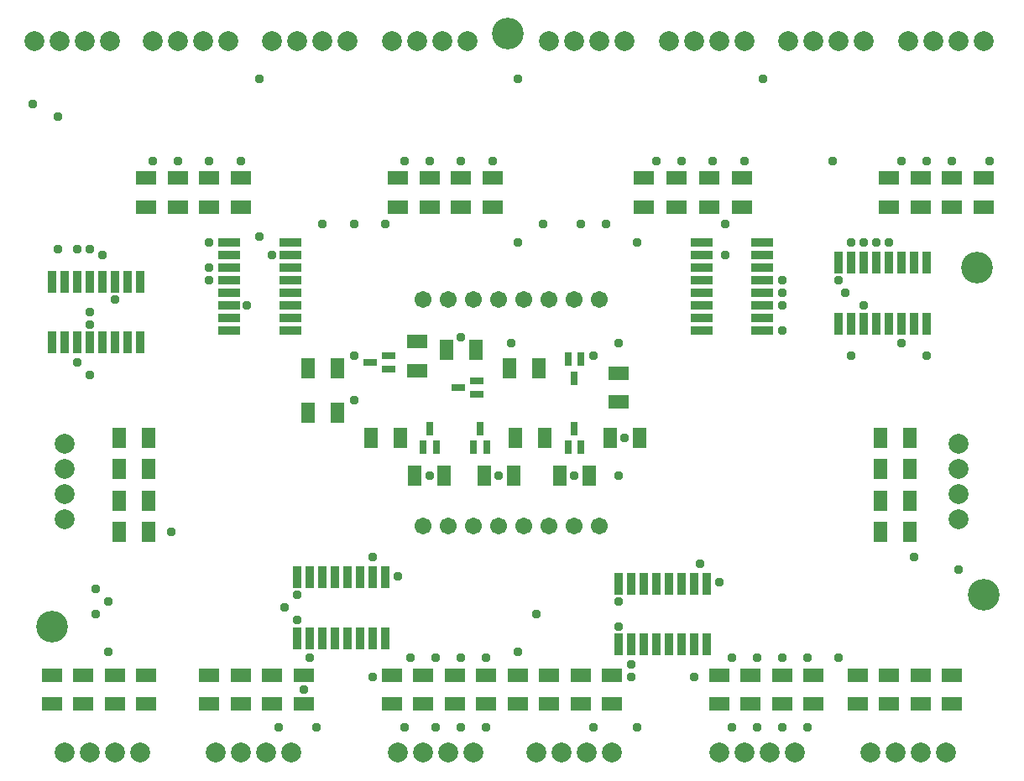
<source format=gbr>
G04 EAGLE Gerber RS-274X export*
G75*
%MOMM*%
%FSLAX34Y34*%
%LPD*%
%INSoldermask Top*%
%IPPOS*%
%AMOC8*
5,1,8,0,0,1.08239X$1,22.5*%
G01*
%ADD10C,3.203200*%
%ADD11R,0.863600X2.235200*%
%ADD12R,2.235200X0.863600*%
%ADD13R,1.367800X2.018500*%
%ADD14R,2.018500X1.367800*%
%ADD15C,2.003200*%
%ADD16C,1.711200*%
%ADD17R,0.660400X1.371600*%
%ADD18R,1.371600X0.660400*%
%ADD19C,0.959600*%


D10*
X497840Y769620D03*
X38100Y171450D03*
X971550Y533400D03*
X977900Y203200D03*
D11*
X609600Y153416D03*
X609600Y214884D03*
X622300Y153416D03*
X635000Y153416D03*
X622300Y214884D03*
X635000Y214884D03*
X647700Y153416D03*
X647700Y214884D03*
X660400Y153416D03*
X660400Y214884D03*
X673100Y153416D03*
X685800Y153416D03*
X673100Y214884D03*
X685800Y214884D03*
X698500Y153416D03*
X698500Y214884D03*
X285750Y159766D03*
X285750Y221234D03*
X298450Y159766D03*
X311150Y159766D03*
X298450Y221234D03*
X311150Y221234D03*
X323850Y159766D03*
X323850Y221234D03*
X336550Y159766D03*
X336550Y221234D03*
X349250Y159766D03*
X361950Y159766D03*
X349250Y221234D03*
X361950Y221234D03*
X374650Y159766D03*
X374650Y221234D03*
X920750Y538734D03*
X920750Y477266D03*
X908050Y538734D03*
X895350Y538734D03*
X908050Y477266D03*
X895350Y477266D03*
X882650Y538734D03*
X882650Y477266D03*
X869950Y538734D03*
X869950Y477266D03*
X857250Y538734D03*
X844550Y538734D03*
X857250Y477266D03*
X844550Y477266D03*
X831850Y538734D03*
X831850Y477266D03*
D12*
X693166Y558800D03*
X754634Y558800D03*
X693166Y546100D03*
X693166Y533400D03*
X754634Y546100D03*
X754634Y533400D03*
X693166Y520700D03*
X754634Y520700D03*
X693166Y508000D03*
X754634Y508000D03*
X693166Y495300D03*
X693166Y482600D03*
X754634Y495300D03*
X754634Y482600D03*
X693166Y469900D03*
X754634Y469900D03*
X278384Y469900D03*
X216916Y469900D03*
X278384Y482600D03*
X278384Y495300D03*
X216916Y482600D03*
X216916Y495300D03*
X278384Y508000D03*
X216916Y508000D03*
X278384Y520700D03*
X216916Y520700D03*
X278384Y533400D03*
X278384Y546100D03*
X216916Y533400D03*
X216916Y546100D03*
X278384Y558800D03*
X216916Y558800D03*
D13*
X903754Y361950D03*
X874246Y361950D03*
X903754Y330200D03*
X874246Y330200D03*
X903754Y298450D03*
X874246Y298450D03*
X903754Y266700D03*
X874246Y266700D03*
D14*
X946150Y93196D03*
X946150Y122704D03*
X914400Y93196D03*
X914400Y122704D03*
X882650Y93196D03*
X882650Y122704D03*
X850900Y93196D03*
X850900Y122704D03*
X806450Y93196D03*
X806450Y122704D03*
X774700Y93196D03*
X774700Y122704D03*
X742950Y93196D03*
X742950Y122704D03*
X711200Y93196D03*
X711200Y122704D03*
X603250Y93196D03*
X603250Y122704D03*
X571500Y93196D03*
X571500Y122704D03*
X539750Y93196D03*
X539750Y122704D03*
X508000Y93196D03*
X508000Y122704D03*
X476250Y93196D03*
X476250Y122704D03*
X444500Y93196D03*
X444500Y122704D03*
X412750Y93196D03*
X412750Y122704D03*
X381000Y93196D03*
X381000Y122704D03*
X292100Y93196D03*
X292100Y122704D03*
X260350Y93196D03*
X260350Y122704D03*
X228600Y93196D03*
X228600Y122704D03*
X196850Y93196D03*
X196850Y122704D03*
X977900Y594846D03*
X977900Y624354D03*
X946150Y594846D03*
X946150Y624354D03*
X914400Y594846D03*
X914400Y624354D03*
X882650Y594846D03*
X882650Y624354D03*
X734060Y594846D03*
X734060Y624354D03*
X701040Y594846D03*
X701040Y624354D03*
X668020Y594846D03*
X668020Y624354D03*
X635000Y594846D03*
X635000Y624354D03*
X482600Y594846D03*
X482600Y624354D03*
X450850Y594846D03*
X450850Y624354D03*
X419100Y594846D03*
X419100Y624354D03*
X387350Y594846D03*
X387350Y624354D03*
D15*
X977900Y762000D03*
X901700Y762000D03*
X927100Y762000D03*
X952500Y762000D03*
X857250Y762000D03*
X781050Y762000D03*
X806450Y762000D03*
X831850Y762000D03*
X736600Y762000D03*
X660400Y762000D03*
X685800Y762000D03*
X711200Y762000D03*
X615950Y762000D03*
X539750Y762000D03*
X565150Y762000D03*
X590550Y762000D03*
X457200Y762000D03*
X381000Y762000D03*
X406400Y762000D03*
X431800Y762000D03*
X336550Y762000D03*
X260350Y762000D03*
X285750Y762000D03*
X311150Y762000D03*
X952500Y355600D03*
X952500Y279400D03*
X952500Y304800D03*
X952500Y330200D03*
X939800Y44450D03*
X863600Y44450D03*
X889000Y44450D03*
X914400Y44450D03*
X787400Y44450D03*
X711200Y44450D03*
X736600Y44450D03*
X762000Y44450D03*
X603250Y44450D03*
X527050Y44450D03*
X552450Y44450D03*
X577850Y44450D03*
X463550Y44450D03*
X387350Y44450D03*
X412750Y44450D03*
X438150Y44450D03*
X279400Y44450D03*
X203200Y44450D03*
X228600Y44450D03*
X254000Y44450D03*
D16*
X565150Y273050D03*
X539750Y273050D03*
X514350Y273050D03*
X488950Y273050D03*
X463550Y273050D03*
X438150Y273050D03*
X412750Y273050D03*
X565150Y501650D03*
X539750Y501650D03*
X514350Y501650D03*
X488950Y501650D03*
X463550Y501650D03*
X438150Y501650D03*
X412750Y501650D03*
X590550Y273050D03*
X590550Y501650D03*
D11*
X127000Y519684D03*
X127000Y458216D03*
X114300Y519684D03*
X101600Y519684D03*
X114300Y458216D03*
X101600Y458216D03*
X88900Y519684D03*
X88900Y458216D03*
X76200Y519684D03*
X76200Y458216D03*
X63500Y519684D03*
X50800Y519684D03*
X63500Y458216D03*
X50800Y458216D03*
X38100Y519684D03*
X38100Y458216D03*
D14*
X228600Y594846D03*
X228600Y624354D03*
X196850Y594846D03*
X196850Y624354D03*
X165100Y594846D03*
X165100Y624354D03*
X133350Y594846D03*
X133350Y624354D03*
D15*
X215900Y762000D03*
X139700Y762000D03*
X165100Y762000D03*
X190500Y762000D03*
X96520Y762000D03*
X20320Y762000D03*
X45720Y762000D03*
X71120Y762000D03*
X127000Y44450D03*
X50800Y44450D03*
X76200Y44450D03*
X101600Y44450D03*
X50800Y279400D03*
X50800Y355600D03*
X50800Y330200D03*
X50800Y304800D03*
D14*
X133350Y93196D03*
X133350Y122704D03*
X101600Y93196D03*
X101600Y122704D03*
X69850Y93196D03*
X69850Y122704D03*
X38100Y93196D03*
X38100Y122704D03*
D13*
X105896Y266700D03*
X135404Y266700D03*
X105896Y298450D03*
X135404Y298450D03*
X105896Y330200D03*
X135404Y330200D03*
X105896Y361950D03*
X135404Y361950D03*
X601196Y361950D03*
X630704Y361950D03*
X550396Y323850D03*
X579904Y323850D03*
D17*
X558546Y352552D03*
X571754Y352552D03*
X565150Y371348D03*
X463296Y352552D03*
X476504Y352552D03*
X469900Y371348D03*
X412496Y352552D03*
X425704Y352552D03*
X419100Y371348D03*
D13*
X505946Y361950D03*
X535454Y361950D03*
X503704Y323850D03*
X474196Y323850D03*
X389404Y361950D03*
X359896Y361950D03*
X433854Y323850D03*
X404346Y323850D03*
D17*
X571754Y441198D03*
X558546Y441198D03*
X565150Y422402D03*
D18*
X466598Y406146D03*
X466598Y419354D03*
X447802Y412750D03*
X377698Y431546D03*
X377698Y444754D03*
X358902Y438150D03*
D13*
X529104Y431800D03*
X499596Y431800D03*
D14*
X609600Y427504D03*
X609600Y397996D03*
D13*
X465604Y450850D03*
X436096Y450850D03*
X325904Y387350D03*
X296396Y387350D03*
D14*
X406400Y459254D03*
X406400Y429746D03*
D13*
X325904Y431800D03*
X296396Y431800D03*
D19*
X292100Y107950D03*
X361950Y120650D03*
X622300Y120650D03*
X685800Y120650D03*
X825500Y641350D03*
X717550Y577850D03*
X247650Y565150D03*
X44450Y685800D03*
X774700Y520700D03*
X831850Y520700D03*
X508000Y558800D03*
X908050Y241300D03*
X158750Y266700D03*
X95250Y146050D03*
X831850Y139700D03*
X273050Y190500D03*
X717550Y546100D03*
X609600Y196850D03*
X285750Y203200D03*
X755650Y723900D03*
X247650Y723900D03*
X508000Y723900D03*
X19050Y698500D03*
X920750Y444500D03*
X844550Y444500D03*
X952500Y228600D03*
X82550Y184150D03*
X895350Y457200D03*
X609600Y457200D03*
X234950Y495300D03*
X774700Y469900D03*
X838200Y508000D03*
X774700Y508000D03*
X76200Y476250D03*
X196850Y520700D03*
X76200Y425450D03*
X342900Y400050D03*
X774700Y495300D03*
X857250Y495300D03*
X76200Y488950D03*
X196850Y533400D03*
X63500Y438150D03*
X342900Y444500D03*
X844550Y558800D03*
X984250Y641350D03*
X946150Y641350D03*
X920750Y641350D03*
X895350Y641350D03*
X736600Y641350D03*
X704850Y641350D03*
X673100Y641350D03*
X647700Y641350D03*
X482600Y641350D03*
X450850Y641350D03*
X419100Y641350D03*
X393700Y641350D03*
X285750Y177800D03*
X609600Y171450D03*
X82550Y209550D03*
X527050Y184150D03*
X298450Y139700D03*
X622300Y133350D03*
X95250Y196850D03*
X508000Y146050D03*
X615950Y361950D03*
X800100Y69850D03*
X800100Y139700D03*
X774700Y69850D03*
X774700Y139700D03*
X749300Y69850D03*
X749300Y139700D03*
X723900Y69850D03*
X723900Y139700D03*
X628650Y69850D03*
X584200Y69850D03*
X476250Y69850D03*
X476250Y139700D03*
X450850Y69850D03*
X450850Y139700D03*
X425450Y69850D03*
X425450Y139700D03*
X393700Y69850D03*
X400050Y139700D03*
X304800Y69850D03*
X266700Y69850D03*
X692150Y234950D03*
X711200Y215900D03*
X361950Y241300D03*
X101600Y501650D03*
X196850Y558800D03*
X228600Y641350D03*
X196850Y641350D03*
X165100Y641350D03*
X139700Y641350D03*
X387350Y222250D03*
X88900Y546100D03*
X76200Y552450D03*
X63500Y552450D03*
X44450Y552450D03*
X260350Y546100D03*
X311150Y577850D03*
X342900Y577850D03*
X374650Y577850D03*
X628650Y558800D03*
X596900Y577850D03*
X571500Y577850D03*
X533400Y577850D03*
X857250Y558800D03*
X869950Y558800D03*
X882650Y558800D03*
X609600Y323850D03*
X488950Y323850D03*
X419100Y323850D03*
X565150Y323850D03*
X584200Y444500D03*
X501650Y457200D03*
X450850Y463550D03*
M02*

</source>
